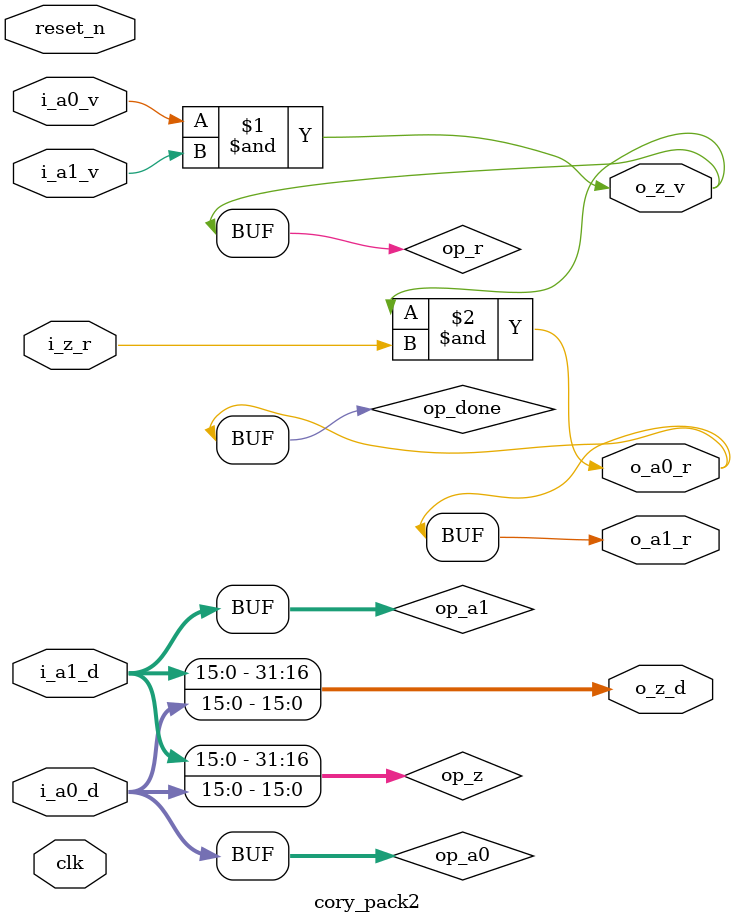
<source format=v>
`ifndef CORY_PACK2
    `define CORY_PACK2

module cory_pack2 #(
    parameter   N   = 16,
    parameter   A0  = N,
    parameter   A1  = N,
    parameter   Z   = A0 + A1
) (
    input           clk,
    input           i_a0_v,
    input   [A0-1:0]i_a0_d,
    output          o_a0_r,
    input           i_a1_v,
    input   [A1-1:0]i_a1_d,
    output          o_a1_r,
    output          o_z_v,
    output  [Z-1:0] o_z_d,
    input           i_z_r,
    input           reset_n
);

//------------------------------------------------------------------------------

wire    [A0-1:0]    op_a0   = i_a0_d;
wire    [A1-1:0]    op_a1   = i_a1_d;
wire    [Z-1:0]     op_z    = {op_a1, op_a0};

//------------------------------------------------------------------------------
wire    op_r        = i_a0_v & i_a1_v;
wire    op_done     = o_z_v & i_z_r;

assign  o_z_v   = op_r;
assign  o_z_d   = op_z;
assign  o_a0_r  = op_done;
assign  o_a1_r  = op_done;

`ifdef SIM

`ifdef  CORY_MON
    cory_monitor #(Z) u_monitor_z (
        .clk        (clk),
        .i_v        (o_z_v),
        .i_d        (o_z_d),
        .i_r        (i_z_r),
        .reset_n    (reset_n)
    );
`endif                                          //  CORY_MON

`endif
endmodule


`endif

</source>
